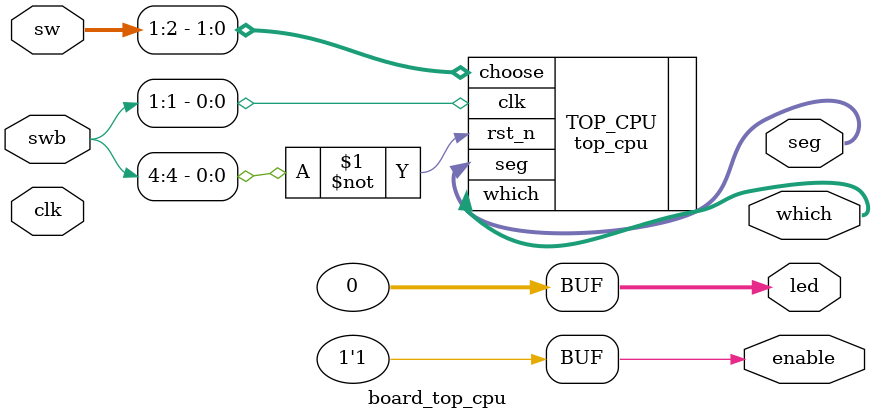
<source format=v>
module board_top_cpu(
    clk, swb, sw,
    led, seg, which, enable
);

    input   clk;
    input   [1:6]    swb;
    input   [1:32]   sw;
    output  [1:32]   led;
    output  [7:0]    seg;
    output  [2:0]    which;
    output reg enable = 1;
    assign led = 32'h00000000;
    
    top_cpu TOP_CPU (
        .clk(swb[1]),        // 使用第一个开关作为时钟输入
        .rst_n(~swb[4]),     // 使用第四个开关作为复位输入
        .choose(sw[1:2]),    // 使用前两个开关选择显示内容
        .seg(seg),
        .which(which)
    );

endmodule
</source>
